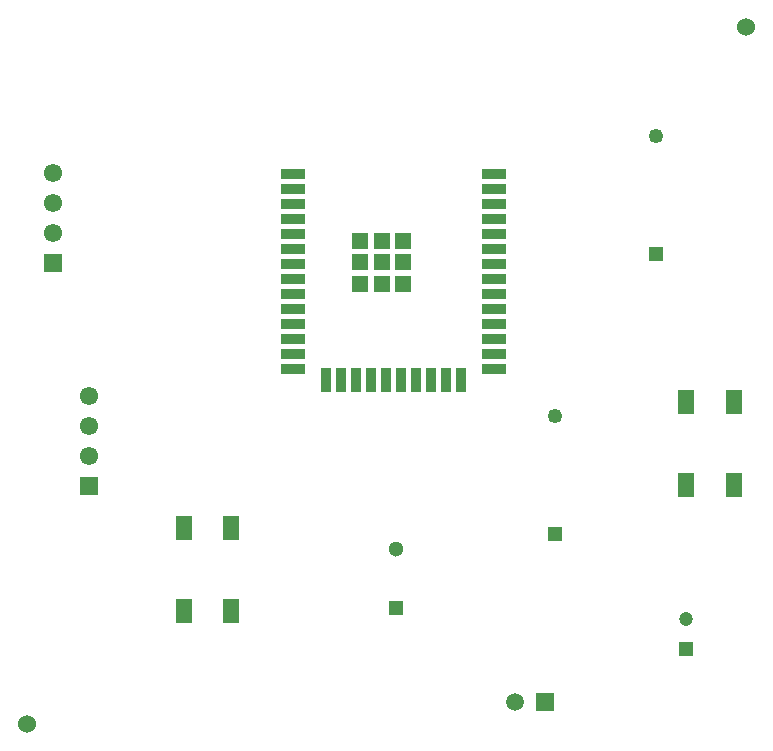
<source format=gbr>
G04*
G04 #@! TF.GenerationSoftware,Altium Limited,Altium Designer,22.4.2 (48)*
G04*
G04 Layer_Color=255*
%FSLAX25Y25*%
%MOIN*%
G70*
G04*
G04 #@! TF.SameCoordinates,897C8E4D-7720-40B5-A877-0FB78C4BABC8*
G04*
G04*
G04 #@! TF.FilePolarity,Positive*
G04*
G01*
G75*
%ADD15R,0.05512X0.07874*%
%ADD16R,0.05236X0.05236*%
%ADD17R,0.03543X0.07874*%
%ADD18R,0.07874X0.03543*%
%ADD20C,0.05118*%
%ADD21R,0.05118X0.05118*%
%ADD23C,0.04921*%
%ADD24R,0.04921X0.04921*%
%ADD25C,0.04724*%
%ADD26R,0.04724X0.04724*%
%ADD33C,0.06000*%
%ADD34R,0.05906X0.05906*%
%ADD35C,0.05906*%
%ADD36R,0.06102X0.06102*%
%ADD37C,0.06102*%
D15*
X383874Y350280D02*
D03*
Y322721D02*
D03*
X368126Y350280D02*
D03*
Y322721D02*
D03*
X551374Y392280D02*
D03*
Y364720D02*
D03*
X535626Y392280D02*
D03*
Y364720D02*
D03*
D16*
X441252Y431748D02*
D03*
X434028D02*
D03*
X426803D02*
D03*
X441252Y438972D02*
D03*
X434028D02*
D03*
X426803D02*
D03*
X441252Y446197D02*
D03*
X434028D02*
D03*
X426803D02*
D03*
D17*
X460465Y399563D02*
D03*
X455465D02*
D03*
X450465D02*
D03*
X445465D02*
D03*
X440465D02*
D03*
X435465D02*
D03*
X430465D02*
D03*
X425465D02*
D03*
X420465D02*
D03*
X415465D02*
D03*
D18*
X471429Y468500D02*
D03*
Y463500D02*
D03*
Y458500D02*
D03*
Y453500D02*
D03*
Y448500D02*
D03*
Y443500D02*
D03*
Y438500D02*
D03*
Y433500D02*
D03*
Y428500D02*
D03*
Y423500D02*
D03*
Y418500D02*
D03*
Y413500D02*
D03*
Y408500D02*
D03*
Y403500D02*
D03*
X404500D02*
D03*
Y408500D02*
D03*
Y413500D02*
D03*
Y418500D02*
D03*
Y423500D02*
D03*
Y428500D02*
D03*
Y433500D02*
D03*
Y438500D02*
D03*
Y443500D02*
D03*
Y448500D02*
D03*
Y453500D02*
D03*
Y458500D02*
D03*
Y463500D02*
D03*
Y468500D02*
D03*
D20*
X439000Y343343D02*
D03*
D21*
Y323657D02*
D03*
D23*
X492000Y387685D02*
D03*
X525626Y480965D02*
D03*
D24*
X492000Y348315D02*
D03*
X525626Y441595D02*
D03*
D25*
X535500Y320000D02*
D03*
D26*
Y310158D02*
D03*
D33*
X555500Y517500D02*
D03*
X316000Y285000D02*
D03*
D34*
X488500Y292500D02*
D03*
D35*
X478500D02*
D03*
D36*
X336500Y364500D02*
D03*
X324626Y438780D02*
D03*
D37*
X336500Y374500D02*
D03*
Y384500D02*
D03*
Y394500D02*
D03*
X324626Y448780D02*
D03*
Y458780D02*
D03*
Y468780D02*
D03*
M02*

</source>
